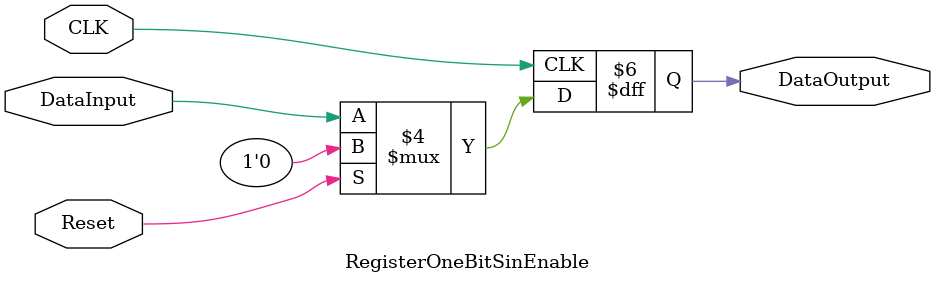
<source format=v>
`timescale 1ns / 1ps
module RegisterOneBitSinEnable
    (CLK,Reset,DataInput,DataOutput);

	 input CLK, Reset;
	 input  DataInput;
	 output reg  DataOutput = 0;
	 
	 always @(posedge CLK) begin
		if (Reset) 
			DataOutput <= 1'b0;
		else 
			DataOutput <= DataInput;
	end
			
endmodule

</source>
